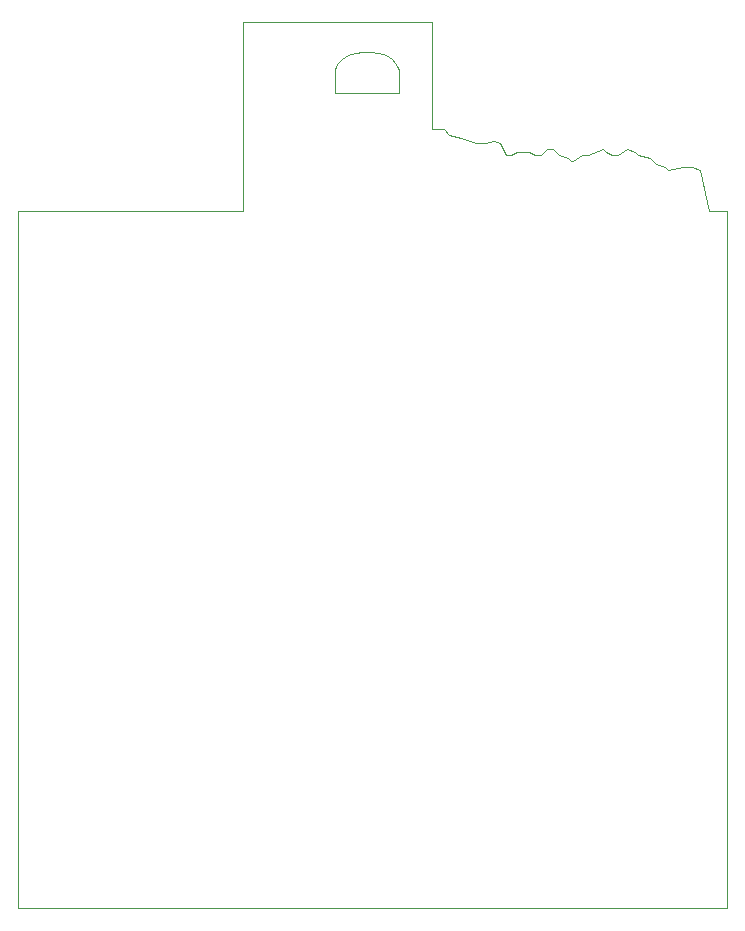
<source format=gm1>
%TF.GenerationSoftware,KiCad,Pcbnew,(6.0.11)*%
%TF.CreationDate,2023-10-05T20:18:08-05:00*%
%TF.ProjectId,BSidesDFW_2023_Badge,42536964-6573-4444-9657-5f323032335f,1*%
%TF.SameCoordinates,Original*%
%TF.FileFunction,Profile,NP*%
%FSLAX46Y46*%
G04 Gerber Fmt 4.6, Leading zero omitted, Abs format (unit mm)*
G04 Created by KiCad (PCBNEW (6.0.11)) date 2023-10-05 20:18:08*
%MOMM*%
%LPD*%
G01*
G04 APERTURE LIST*
%TA.AperFunction,Profile*%
%ADD10C,0.100000*%
%TD*%
G04 APERTURE END LIST*
D10*
X132750000Y-76250000D02*
X133250000Y-76250000D01*
X126250000Y-76250000D02*
X126750000Y-76250000D01*
X113500000Y-67600000D02*
X112900000Y-67800000D01*
X85000000Y-81000000D02*
X85000000Y-140000000D01*
X112100000Y-68400000D02*
X111900000Y-68700000D01*
X117100000Y-68700000D02*
X116900000Y-68400000D01*
X142000000Y-77250000D02*
X142750000Y-77500000D01*
X124500000Y-75250000D02*
X125250000Y-75000000D01*
X104000000Y-81000000D02*
X104000000Y-65000000D01*
X130250000Y-75750000D02*
X130750000Y-76250000D01*
X130750000Y-76250000D02*
X131500000Y-76500000D01*
X122500000Y-74750000D02*
X123750000Y-75250000D01*
X143500000Y-81000000D02*
X145000000Y-81000000D01*
X85000000Y-81000000D02*
X104000000Y-81000000D01*
X114200000Y-67500000D02*
X113500000Y-67600000D01*
X117200000Y-71000000D02*
X117200000Y-69000000D01*
X120000000Y-74000000D02*
X121000000Y-74000000D01*
X125250000Y-75000000D02*
X125750000Y-75250000D01*
X114800000Y-67500000D02*
X114500000Y-67500000D01*
X134500000Y-75750000D02*
X134750000Y-76000000D01*
X114500000Y-67500000D02*
X114200000Y-67500000D01*
X135250000Y-76250000D02*
X135750000Y-76250000D01*
X134750000Y-76000000D02*
X135250000Y-76250000D01*
X139750000Y-77250000D02*
X140000000Y-77500000D01*
X121500000Y-74500000D02*
X122500000Y-74750000D01*
X125750000Y-75250000D02*
X126250000Y-76250000D01*
X111800000Y-71000000D02*
X117200000Y-71000000D01*
X140000000Y-77500000D02*
X141250000Y-77250000D01*
X128250000Y-76000000D02*
X128750000Y-76250000D01*
X141250000Y-77250000D02*
X142000000Y-77250000D01*
X111800000Y-69000000D02*
X111800000Y-71000000D01*
X131500000Y-76500000D02*
X131750000Y-76750000D01*
X131750000Y-76750000D02*
X132000000Y-76750000D01*
X129750000Y-75750000D02*
X130250000Y-75750000D01*
X117200000Y-69000000D02*
X117100000Y-68700000D01*
X116600000Y-68100000D02*
X116100000Y-67800000D01*
X132000000Y-76750000D02*
X132750000Y-76250000D01*
X120000000Y-65000000D02*
X120000000Y-74000000D01*
X136500000Y-75750000D02*
X137250000Y-76000000D01*
X129250000Y-76250000D02*
X129750000Y-75750000D01*
X116900000Y-68400000D02*
X116600000Y-68100000D01*
X137250000Y-76000000D02*
X137500000Y-76250000D01*
X85000000Y-140000000D02*
X145000000Y-140000000D01*
X137500000Y-76250000D02*
X138500000Y-76500000D01*
X112900000Y-67800000D02*
X112400000Y-68100000D01*
X135750000Y-76250000D02*
X136500000Y-75750000D01*
X139000000Y-77000000D02*
X139750000Y-77250000D01*
X138500000Y-76500000D02*
X139000000Y-77000000D01*
X111900000Y-68700000D02*
X111800000Y-69000000D01*
X126750000Y-76250000D02*
X127250000Y-76000000D01*
X142750000Y-77500000D02*
X143500000Y-81000000D01*
X116100000Y-67800000D02*
X115500000Y-67600000D01*
X133250000Y-76250000D02*
X134500000Y-75750000D01*
X115500000Y-67600000D02*
X114800000Y-67500000D01*
X145000000Y-140000000D02*
X145000000Y-81000000D01*
X121000000Y-74000000D02*
X121500000Y-74500000D01*
X128750000Y-76250000D02*
X129250000Y-76250000D01*
X127250000Y-76000000D02*
X128250000Y-76000000D01*
X112400000Y-68100000D02*
X112100000Y-68400000D01*
X123750000Y-75250000D02*
X124500000Y-75250000D01*
X104000000Y-65000000D02*
X120000000Y-65000000D01*
M02*

</source>
